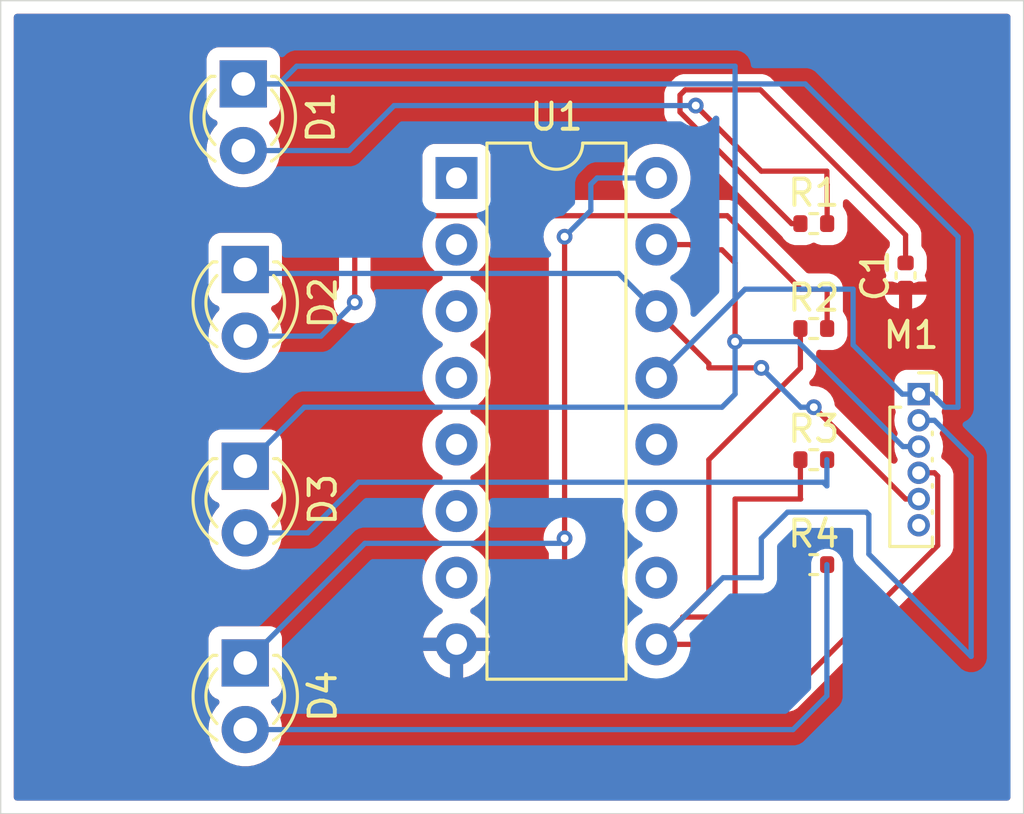
<source format=kicad_pcb>
(kicad_pcb (version 20240108) (generator "pcbnew") (generator_version "8.0")
  (layers (0 "F.Cu" signal) (31 "B.Cu" signal) (34 "B.Paste" user) (35 "F.Paste" user) (36 "B.SilkS" user "B.Silkscreen") (37 "F.SilkS" user "F.Silkscreen") (38 "B.Mask" user) (39 "F.Mask" user) (44 "Edge.Cuts" user))
  (net 0 "")
  (net 1 "5V")
  (net 2 "GND")
  (net 3 "D")
  (net 4 "Net-(D1-A)")
  (net 5 "C")
  (net 6 "Net-(D2-A)")
  (net 7 "B")
  (net 8 "Net-(D3-A)")
  (net 9 "A")
  (net 10 "Net-(D4-A)")
  (net 15 "IN4")
  (net 17 "IN1")
  (net 18 "IN3")
  (net 19 "IN2")
  (footprint "LED_THT:LED_D3.0mm" (layer "F.Cu") (at 88.325 102.25 -90)
    (property "Reference" "D4" (at 1.27 -2.96 -90) (layer "F.SilkS"))
    (property "Value" "LED")
    (fp_line (start -0.29 1.08) (end -0.29 1.236) (stroke (width 0.12)) (layer "F.SilkS"))
    (fp_line (start -0.29 -1.236) (end -0.29 -1.08) (stroke (width 0.12)) (layer "F.SilkS"))
    (fp_arc (start 2.31113 1.079837) (mid 1.270117 1.5) (end 0.229039 1.08) (stroke (width 0.12)) (layer "F.SilkS"))
    (fp_arc (start 2.942335 1.078608) (mid 1.366487 1.987659) (end -0.29 1.235516) (stroke (width 0.12)) (layer "F.SilkS"))
    (fp_arc (start 0.229039 -1.08) (mid 1.270117 -1.5) (end 2.31113 -1.079837) (stroke (width 0.12)) (layer "F.SilkS"))
    (fp_arc (start -0.29 -1.235516) (mid 1.366487 -1.987659) (end 2.942335 -1.078608) (stroke (width 0.12)) (layer "F.SilkS"))
    (pad "1" thru_hole rect (at 0 0 270) (size 1.8 1.8) (drill 0.9) (layers "*.Cu" "*.Mask") (net 9 "A"))
    (pad "2" thru_hole circle (at 2.54 0 270) (size 1.8 1.8) (drill 0.9) (layers "*.Cu" "*.Mask") (net 10 "Net-(D4-A)"))
  )
  (footprint "LED_THT:LED_D3.0mm" (layer "F.Cu") (at 88.325 94.75 -90)
    (property "Reference" "D3" (at 1.27 -2.96 -90) (layer "F.SilkS"))
    (property "Value" "LED")
    (fp_line (start -0.29 1.08) (end -0.29 1.236) (stroke (width 0.12)) (layer "F.SilkS"))
    (fp_line (start -0.29 -1.236) (end -0.29 -1.08) (stroke (width 0.12)) (layer "F.SilkS"))
    (fp_arc (start 2.31113 1.079837) (mid 1.270117 1.5) (end 0.229039 1.08) (stroke (width 0.12)) (layer "F.SilkS"))
    (fp_arc (start 2.942335 1.078608) (mid 1.366487 1.987659) (end -0.29 1.235516) (stroke (width 0.12)) (layer "F.SilkS"))
    (fp_arc (start 0.229039 -1.08) (mid 1.270117 -1.5) (end 2.31113 -1.079837) (stroke (width 0.12)) (layer "F.SilkS"))
    (fp_arc (start -0.29 -1.235516) (mid 1.366487 -1.987659) (end 2.942335 -1.078608) (stroke (width 0.12)) (layer "F.SilkS"))
    (pad "1" thru_hole rect (at 0 0 270) (size 1.8 1.8) (drill 0.9) (layers "*.Cu" "*.Mask") (net 7 "B"))
    (pad "2" thru_hole circle (at 2.54 0 270) (size 1.8 1.8) (drill 0.9) (layers "*.Cu" "*.Mask") (net 8 "Net-(D3-A)"))
  )
  (footprint "Resistor_SMD:R_0402_1005Metric" (layer "F.Cu") (at 110 98.5)
    (property "Reference" "R4" (at 0 -1.17 0) (layer "F.SilkS"))
    (property "Value" "R")
    (fp_line (start -0.153641 -0.38) (end 0.153641 -0.38) (stroke (width 0.12)) (layer "F.SilkS"))
    (fp_line (start -0.153641 0.38) (end 0.153641 0.38) (stroke (width 0.12)) (layer "F.SilkS"))
    (pad "1" smd roundrect (at -0.51 0) (size 0.54 0.64) (layers "F.Cu" "F.Paste" "F.Mask") (net 1 "5V"))
    (pad "2" smd roundrect (at 0.51 0) (size 0.54 0.64) (layers "F.Cu" "F.Paste" "F.Mask") (net 10 "Net-(D4-A)"))
  )
  (footprint "Package_DIP:DIP-16_W7.62mm" (layer "F.Cu") (at 96.38 83.76)
    (property "Reference" "U1" (at 3.81 -2.33 0) (layer "F.SilkS"))
    (property "Value" "ULN2003A")
    (fp_line (start 1.16 -1.33) (end 1.16 19.11) (stroke (width 0.12)) (layer "F.SilkS"))
    (fp_line (start 1.16 19.11) (end 6.46 19.11) (stroke (width 0.12)) (layer "F.SilkS"))
    (fp_line (start 2.81 -1.33) (end 1.16 -1.33) (stroke (width 0.12)) (layer "F.SilkS"))
    (fp_line (start 6.46 -1.33) (end 4.81 -1.33) (stroke (width 0.12)) (layer "F.SilkS"))
    (fp_line (start 6.46 19.11) (end 6.46 -1.33) (stroke (width 0.12)) (layer "F.SilkS"))
    (fp_arc (start 4.81 -1.33) (mid 3.81 -0.33) (end 2.81 -1.33) (stroke (width 0.12)) (layer "F.SilkS"))
    (pad "1" thru_hole rect (at 0 0) (size 1.6 1.6) (drill 0.8) (layers "*.Cu" "*.Mask") (net 17 "IN1"))
    (pad "2" thru_hole oval (at 0 2.54) (size 1.6 1.6) (drill 0.8) (layers "*.Cu" "*.Mask") (net 19 "IN2"))
    (pad "3" thru_hole oval (at 0 5.08) (size 1.6 1.6) (drill 0.8) (layers "*.Cu" "*.Mask") (net 18 "IN3"))
    (pad "4" thru_hole oval (at 0 7.62) (size 1.6 1.6) (drill 0.8) (layers "*.Cu" "*.Mask") (net 15 "IN4"))
    (pad "5" thru_hole oval (at 0 10.16) (size 1.6 1.6) (drill 0.8) (layers "*.Cu" "*.Mask"))
    (pad "6" thru_hole oval (at 0 12.7) (size 1.6 1.6) (drill 0.8) (layers "*.Cu" "*.Mask"))
    (pad "7" thru_hole oval (at 0 15.24) (size 1.6 1.6) (drill 0.8) (layers "*.Cu" "*.Mask"))
    (pad "8" thru_hole oval (at 0 17.78) (size 1.6 1.6) (drill 0.8) (layers "*.Cu" "*.Mask") (net 2 "GND"))
    (pad "9" thru_hole oval (at 7.62 17.78) (size 1.6 1.6) (drill 0.8) (layers "*.Cu" "*.Mask") (net 1 "5V"))
    (pad "10" thru_hole oval (at 7.62 15.24) (size 1.6 1.6) (drill 0.8) (layers "*.Cu" "*.Mask"))
    (pad "11" thru_hole oval (at 7.62 12.7) (size 1.6 1.6) (drill 0.8) (layers "*.Cu" "*.Mask"))
    (pad "12" thru_hole oval (at 7.62 10.16) (size 1.6 1.6) (drill 0.8) (layers "*.Cu" "*.Mask"))
    (pad "13" thru_hole oval (at 7.62 7.62) (size 1.6 1.6) (drill 0.8) (layers "*.Cu" "*.Mask") (net 3 "D"))
    (pad "14" thru_hole oval (at 7.62 5.08) (size 1.6 1.6) (drill 0.8) (layers "*.Cu" "*.Mask") (net 5 "C"))
    (pad "15" thru_hole oval (at 7.62 2.54) (size 1.6 1.6) (drill 0.8) (layers "*.Cu" "*.Mask") (net 7 "B"))
    (pad "16" thru_hole oval (at 7.62 0) (size 1.6 1.6) (drill 0.8) (layers "*.Cu" "*.Mask") (net 9 "A"))
  )
  (footprint "Resistor_SMD:R_0402_1005Metric" (layer "F.Cu") (at 110 94.5)
    (property "Reference" "R3" (at 0 -1.17 0) (layer "F.SilkS"))
    (property "Value" "R")
    (fp_line (start -0.153641 -0.38) (end 0.153641 -0.38) (stroke (width 0.12)) (layer "F.SilkS"))
    (fp_line (start -0.153641 0.38) (end 0.153641 0.38) (stroke (width 0.12)) (layer "F.SilkS"))
    (pad "1" smd roundrect (at -0.51 0) (size 0.54 0.64) (layers "F.Cu" "F.Paste" "F.Mask") (net 1 "5V"))
    (pad "2" smd roundrect (at 0.51 0) (size 0.54 0.64) (layers "F.Cu" "F.Paste" "F.Mask") (net 8 "Net-(D3-A)"))
  )
  (footprint "Connector_PinSocket_1.00mm:PinSocket_1x06_P1.00mm_Vertical" (layer "F.Cu") (at 114 92)
    (property "Reference" "M1" (at -0.29 -2.25 0) (layer "F.SilkS"))
    (property "Value" "Stepper_Motor_unipolar_6pin")
    (fp_line (start -1.1 0.5) (end -1.1 5.81) (stroke (width 0.12)) (layer "F.SilkS"))
    (fp_line (start -1.1 0.5) (end -0.685 0.5) (stroke (width 0.12)) (layer "F.SilkS"))
    (fp_line (start -1.1 5.81) (end 0.52 5.81) (stroke (width 0.12)) (layer "F.SilkS"))
    (fp_line (start 0 -0.81) (end 0.685 -0.81) (stroke (width 0.12)) (layer "F.SilkS"))
    (fp_line (start 0.52 1.445898) (end 0.52 1.554102) (stroke (width 0.12)) (layer "F.SilkS"))
    (fp_line (start 0.52 2.445898) (end 0.52 2.554102) (stroke (width 0.12)) (layer "F.SilkS"))
    (fp_line (start 0.52 3.445898) (end 0.52 3.554102) (stroke (width 0.12)) (layer "F.SilkS"))
    (fp_line (start 0.52 4.445898) (end 0.52 4.554102) (stroke (width 0.12)) (layer "F.SilkS"))
    (fp_line (start 0.52 5.445898) (end 0.52 5.81) (stroke (width 0.12)) (layer "F.SilkS"))
    (fp_line (start 0.685 -0.81) (end 0.685 0) (stroke (width 0.12)) (layer "F.SilkS"))
    (pad "1" thru_hole rect (at 0 0) (size 0.85 0.85) (drill 0.5) (layers "*.Cu" "*.Mask") (net 3 "D"))
    (pad "2" thru_hole oval (at 0 1) (size 0.85 0.85) (drill 0.5) (layers "*.Cu" "*.Mask") (net 1 "5V"))
    (pad "3" thru_hole oval (at 0 2) (size 0.85 0.85) (drill 0.5) (layers "*.Cu" "*.Mask") (net 7 "B"))
    (pad "4" thru_hole oval (at 0 3) (size 0.85 0.85) (drill 0.5) (layers "*.Cu" "*.Mask") (net 9 "A"))
    (pad "5" thru_hole oval (at 0 4) (size 0.85 0.85) (drill 0.5) (layers "*.Cu" "*.Mask") (net 5 "C"))
    (pad "6" thru_hole oval (at 0 5) (size 0.85 0.85) (drill 0.5) (layers "*.Cu" "*.Mask") (net 1 "5V"))
  )
  (footprint "Resistor_SMD:R_0402_1005Metric" (layer "F.Cu") (at 110 85.5)
    (property "Reference" "R1" (at 0 -1.17 0) (layer "F.SilkS"))
    (property "Value" "470")
    (fp_line (start -0.153641 -0.38) (end 0.153641 -0.38) (stroke (width 0.12)) (layer "F.SilkS"))
    (fp_line (start -0.153641 0.38) (end 0.153641 0.38) (stroke (width 0.12)) (layer "F.SilkS"))
    (pad "1" smd roundrect (at -0.51 0) (size 0.54 0.64) (layers "F.Cu" "F.Paste" "F.Mask") (net 1 "5V"))
    (pad "2" smd roundrect (at 0.51 0) (size 0.54 0.64) (layers "F.Cu" "F.Paste" "F.Mask") (net 4 "Net-(D1-A)"))
  )
  (footprint "Capacitor_SMD:C_0402_1005Metric" (layer "F.Cu") (at 113.5 87.48 90)
    (property "Reference" "C1" (at 0 -1.16 90) (layer "F.SilkS"))
    (property "Value" "10nF")
    (fp_line (start -0.107836 -0.36) (end 0.107836 -0.36) (stroke (width 0.12)) (layer "F.SilkS"))
    (fp_line (start -0.107836 0.36) (end 0.107836 0.36) (stroke (width 0.12)) (layer "F.SilkS"))
    (pad "1" smd roundrect (at -0.48 0 90) (size 0.56 0.62) (layers "F.Cu" "F.Paste" "F.Mask") (net 2 "GND"))
    (pad "2" smd roundrect (at 0.48 0 90) (size 0.56 0.62) (layers "F.Cu" "F.Paste" "F.Mask") (net 1 "5V"))
  )
  (footprint "Resistor_SMD:R_0402_1005Metric" (layer "F.Cu") (at 110 89.5)
    (property "Reference" "R2" (at 0 -1.17 0) (layer "F.SilkS"))
    (property "Value" "470")
    (fp_line (start -0.153641 -0.38) (end 0.153641 -0.38) (stroke (width 0.12)) (layer "F.SilkS"))
    (fp_line (start -0.153641 0.38) (end 0.153641 0.38) (stroke (width 0.12)) (layer "F.SilkS"))
    (pad "1" smd roundrect (at -0.51 0) (size 0.54 0.64) (layers "F.Cu" "F.Paste" "F.Mask") (net 1 "5V"))
    (pad "2" smd roundrect (at 0.51 0) (size 0.54 0.64) (layers "F.Cu" "F.Paste" "F.Mask") (net 6 "Net-(D2-A)"))
  )
  (footprint "LED_THT:LED_D3.0mm" (layer "F.Cu") (at 88.325 87.25 -90)
    (property "Reference" "D2" (at 1.27 -2.96 -90) (layer "F.SilkS"))
    (property "Value" "LED")
    (fp_line (start -0.29 1.08) (end -0.29 1.236) (stroke (width 0.12)) (layer "F.SilkS"))
    (fp_line (start -0.29 -1.236) (end -0.29 -1.08) (stroke (width 0.12)) (layer "F.SilkS"))
    (fp_arc (start 2.31113 1.079837) (mid 1.270117 1.5) (end 0.229039 1.08) (stroke (width 0.12)) (layer "F.SilkS"))
    (fp_arc (start 2.942335 1.078608) (mid 1.366487 1.987659) (end -0.29 1.235516) (stroke (width 0.12)) (layer "F.SilkS"))
    (fp_arc (start 0.229039 -1.08) (mid 1.270117 -1.5) (end 2.31113 -1.079837) (stroke (width 0.12)) (layer "F.SilkS"))
    (fp_arc (start -0.29 -1.235516) (mid 1.366487 -1.987659) (end 2.942335 -1.078608) (stroke (width 0.12)) (layer "F.SilkS"))
    (pad "1" thru_hole rect (at 0 0 270) (size 1.8 1.8) (drill 0.9) (layers "*.Cu" "*.Mask") (net 5 "C"))
    (pad "2" thru_hole circle (at 2.54 0 270) (size 1.8 1.8) (drill 0.9) (layers "*.Cu" "*.Mask") (net 6 "Net-(D2-A)"))
  )
  (footprint "LED_THT:LED_D3.0mm" (layer "F.Cu") (at 88.25 80.175 -90)
    (property "Reference" "D1" (at 1.27 -2.96 -90) (layer "F.SilkS"))
    (property "Value" "LED")
    (fp_line (start -0.29 1.08) (end -0.29 1.236) (stroke (width 0.12)) (layer "F.SilkS"))
    (fp_line (start -0.29 -1.236) (end -0.29 -1.08) (stroke (width 0.12)) (layer "F.SilkS"))
    (fp_arc (start 2.31113 1.079837) (mid 1.270117 1.5) (end 0.229039 1.08) (stroke (width 0.12)) (layer "F.SilkS"))
    (fp_arc (start 2.942335 1.078608) (mid 1.366487 1.987659) (end -0.29 1.235516) (stroke (width 0.12)) (layer "F.SilkS"))
    (fp_arc (start 0.229039 -1.08) (mid 1.270117 -1.5) (end 2.31113 -1.079837) (stroke (width 0.12)) (layer "F.SilkS"))
    (fp_arc (start -0.29 -1.235516) (mid 1.366487 -1.987659) (end 2.942335 -1.078608) (stroke (width 0.12)) (layer "F.SilkS"))
    (pad "1" thru_hole rect (at 0 0 270) (size 1.8 1.8) (drill 0.9) (layers "*.Cu" "*.Mask") (net 3 "D"))
    (pad "2" thru_hole circle (at 2.54 0 270) (size 1.8 1.8) (drill 0.9) (layers "*.Cu" "*.Mask") (net 4 "Net-(D1-A)"))
  )
  (gr_line (start 79 77) (end 118 77) (stroke (width 0.05)) (layer "Edge.Cuts"))
  (gr_line (start 118 77) (end 118 108) (stroke (width 0.05)) (layer "Edge.Cuts"))
  (gr_line (start 118 108) (end 79 108) (stroke (width 0.05)) (layer "Edge.Cuts"))
  (gr_line (start 79 108) (end 79 77) (stroke (width 0.05)) (layer "Edge.Cuts"))
  (segment (start 105 100.54) (end 104 101.54) (width 0.2) (layer "F.Cu") (net 1))
  (segment (start 107.965685 80.4) (end 113.5 85.934315) (width 0.2) (layer "F.Cu") (net 1))
  (segment (start 109.49 98.5) (end 109.49 99.01) (width 0.2) (layer "F.Cu") (net 1))
  (segment (start 104.9 81.248529) (end 104.9 80.6) (width 0.2) (layer "F.Cu") (net 1))
  (segment (start 113.5 85.934315) (end 113.5 87) (width 0.2) (layer "F.Cu") (net 1))
  (segment (start 109.49 95.99) (end 109.5 96) (width 0.2) (layer "F.Cu") (net 1))
  (segment (start 109.49 85.5) (end 109.151471 85.5) (width 0.2) (layer "F.Cu") (net 1))
  (segment (start 106 94.5) (end 106 99.54) (width 0.2) (layer "F.Cu") (net 1))
  (segment (start 109.49 89.5) (end 109.49 91.01) (width 0.2) (layer "F.Cu") (net 1))
  (segment (start 109.49 98.5) (end 109.5 98.5) (width 0.2) (layer "F.Cu") (net 1))
  (segment (start 106.5 101.5) (end 106.46 101.54) (width 0.2) (layer "F.Cu") (net 1))
  (segment (start 104.9 80.6) (end 105.1 80.4) (width 0.2) (layer "F.Cu") (net 1))
  (segment (start 107 101.5) (end 106.5 101.5) (width 0.2) (layer "F.Cu") (net 1))
  (segment (start 105 100.5) (end 105 100.54) (width 0.2) (layer "F.Cu") (net 1))
  (segment (start 105.1 80.4) (end 107.965685 80.4) (width 0.2) (layer "F.Cu") (net 1))
  (segment (start 106.46 101.54) (end 104 101.54) (width 0.2) (layer "F.Cu") (net 1))
  (segment (start 106 99.54) (end 104 101.54) (width 0.2) (layer "F.Cu") (net 1))
  (segment (start 109.49 94.5) (end 109.49 95.99) (width 0.2) (layer "F.Cu") (net 1))
  (segment (start 107 100.5) (end 105 100.5) (width 0.2) (layer "F.Cu") (net 1))
  (segment (start 109.5 96) (end 107 96) (width 0.2) (layer "F.Cu") (net 1))
  (segment (start 109.49 99.01) (end 107 101.5) (width 0.2) (layer "F.Cu") (net 1))
  (segment (start 107 96) (end 107 100.5) (width 0.2) (layer "F.Cu") (net 1))
  (segment (start 109.151471 85.5) (end 104.9 81.248529) (width 0.2) (layer "F.Cu") (net 1))
  (segment (start 109.49 91.01) (end 106 94.5) (width 0.2) (layer "F.Cu") (net 1))
  (segment (start 109 96.5) (end 108 97.5) (width 0.2) (layer "B.Cu") (net 1))
  (segment (start 116 94.39896) (end 116 102) (width 0.2) (layer "B.Cu") (net 1))
  (segment (start 112 96.5) (end 109 96.5) (width 0.2) (layer "B.Cu") (net 1))
  (segment (start 106.54 99) (end 104 101.54) (width 0.2) (layer "B.Cu") (net 1))
  (segment (start 112.1 96.6) (end 112 96.5) (width 0.2) (layer "B.Cu") (net 1))
  (segment (start 114 93) (end 114.60104 93) (width 0.2) (layer "B.Cu") (net 1))
  (segment (start 112.1 98.1) (end 112.1 96.6) (width 0.2) (layer "B.Cu") (net 1))
  (segment (start 108 97.5) (end 108 99) (width 0.2) (layer "B.Cu") (net 1))
  (segment (start 116 102) (end 112.1 98.1) (width 0.2) (layer "B.Cu") (net 1))
  (segment (start 108 99) (end 106.54 99) (width 0.2) (layer "B.Cu") (net 1))
  (segment (start 114.60104 93) (end 116 94.39896) (width 0.2) (layer "B.Cu") (net 1))
  (segment (start 116.5 106) (end 98 106) (width 0.2) (layer "F.Cu") (net 2))
  (segment (start 116.5 88) (end 116.5 106) (width 0.2) (layer "F.Cu") (net 2))
  (segment (start 96.38 104.38) (end 96.38 101.54) (width 0.2) (layer "F.Cu") (net 2))
  (segment (start 116.46 87.96) (end 116.5 88) (width 0.2) (layer "F.Cu") (net 2))
  (segment (start 98 106) (end 96.38 104.38) (width 0.2) (layer "F.Cu") (net 2))
  (segment (start 113.5 87.96) (end 116.46 87.96) (width 0.2) (layer "F.Cu") (net 2))
  (segment (start 113.375 92) (end 111.5 90.125) (width 0.2) (layer "B.Cu") (net 3))
  (segment (start 88.25 80.175) (end 89.610635 80.175) (width 0.2) (layer "B.Cu") (net 3))
  (segment (start 107 88.38) (end 104 91.38) (width 0.2) (layer "B.Cu") (net 3))
  (segment (start 115.5 92.5) (end 115.5 86) (width 0.2) (layer "B.Cu") (net 3))
  (segment (start 115.5 86) (end 109.675 80.175) (width 0.2) (layer "B.Cu") (net 3))
  (segment (start 114 92) (end 113.375 92) (width 0.2) (layer "B.Cu") (net 3))
  (segment (start 90.285635 79.5) (end 107 79.5) (width 0.2) (layer "B.Cu") (net 3))
  (segment (start 115 92.5) (end 114.5 92) (width 0.2) (layer "B.Cu") (net 3))
  (segment (start 114.5 92) (end 114 92) (width 0.2) (layer "B.Cu") (net 3))
  (segment (start 89.610635 80.175) (end 90.285635 79.5) (width 0.2) (layer "B.Cu") (net 3))
  (segment (start 111.5 90.125) (end 111.5 88) (width 0.2) (layer "B.Cu") (net 3))
  (segment (start 115 92.5) (end 115.5 92.5) (width 0.2) (layer "B.Cu") (net 3))
  (segment (start 107.38 88) (end 107 88.38) (width 0.2) (layer "B.Cu") (net 3))
  (segment (start 109.675 80.175) (end 88.25 80.175) (width 0.2) (layer "B.Cu") (net 3))
  (segment (start 107 79.5) (end 107 88.38) (width 0.2) (layer "B.Cu") (net 3))
  (segment (start 111.5 88) (end 107.38 88) (width 0.2) (layer "B.Cu") (net 3))
  (segment (start 105.5 81) (end 108 83.5) (width 0.2) (layer "F.Cu") (net 4))
  (segment (start 110.5 84) (end 110.51 84.01) (width 0.2) (layer "F.Cu") (net 4))
  (segment (start 110.51 84.01) (end 110.51 85.5) (width 0.2) (layer "F.Cu") (net 4))
  (segment (start 110.5 83.5) (end 110.5 84) (width 0.2) (layer "F.Cu") (net 4))
  (segment (start 108 83.5) (end 110.5 83.5) (width 0.2) (layer "F.Cu") (net 4))
  (via (at 105.5 81) (size 0.6) (drill 0.3) (layers "F.Cu" "B.Cu") (net 4))
  (segment (start 92.285 82.715) (end 94 81) (width 0.2) (layer "B.Cu") (net 4))
  (segment (start 94 81) (end 105.5 81) (width 0.2) (layer "B.Cu") (net 4))
  (segment (start 88.25 82.715) (end 92.285 82.715) (width 0.2) (layer "B.Cu") (net 4))
  (segment (start 114 96) (end 113.5 96) (width 0.2) (layer "F.Cu") (net 5))
  (segment (start 113.5 96) (end 110 92.5) (width 0.2) (layer "F.Cu") (net 5))
  (segment (start 106 91) (end 106 90.84) (width 0.2) (layer "F.Cu") (net 5))
  (segment (start 106 90.84) (end 104 88.84) (width 0.2) (layer "F.Cu") (net 5))
  (segment (start 108 91) (end 106 91) (width 0.2) (layer "F.Cu") (net 5))
  (via (at 110 92.5) (size 0.6) (drill 0.3) (layers "F.Cu" "B.Cu") (net 5))
  (via (at 108 91) (size 0.6) (drill 0.3) (layers "F.Cu" "B.Cu") (net 5))
  (segment (start 88.325 87.25) (end 88.475 87.4) (width 0.2) (layer "B.Cu") (net 5))
  (segment (start 109.5 92.5) (end 108 91) (width 0.2) (layer "B.Cu") (net 5))
  (segment (start 102.56 87.4) (end 104 88.84) (width 0.2) (layer "B.Cu") (net 5))
  (segment (start 88.475 87.4) (end 102.56 87.4) (width 0.2) (layer "B.Cu") (net 5))
  (segment (start 110 92.5) (end 109.5 92.5) (width 0.2) (layer "B.Cu") (net 5))
  (segment (start 106.7 85.2) (end 109.5 88) (width 0.2) (layer "F.Cu") (net 6))
  (segment (start 109.5 88) (end 110.5 88) (width 0.2) (layer "F.Cu") (net 6))
  (segment (start 110.5 88) (end 110.51 88.01) (width 0.2) (layer "F.Cu") (net 6))
  (segment (start 92.8 85.2) (end 106.7 85.2) (width 0.2) (layer "F.Cu") (net 6))
  (segment (start 110.51 88.01) (end 110.51 89.5) (width 0.2) (layer "F.Cu") (net 6))
  (segment (start 92.5 85.5) (end 92.8 85.2) (width 0.2) (layer "F.Cu") (net 6))
  (segment (start 92.5 88.5) (end 92.5 85.5) (width 0.2) (layer "F.Cu") (net 6))
  (via (at 92.5 88.5) (size 0.6) (drill 0.3) (layers "F.Cu" "B.Cu") (net 6))
  (segment (start 91.21 89.79) (end 92.5 88.5) (width 0.2) (layer "B.Cu") (net 6))
  (segment (start 88.325 89.79) (end 91.21 89.79) (width 0.2) (layer "B.Cu") (net 6))
  (segment (start 107 90) (end 107 87) (width 0.2) (layer "F.Cu") (net 7))
  (segment (start 106.5 86.5) (end 105.5 86.5) (width 0.2) (layer "F.Cu") (net 7))
  (segment (start 105.5 86.5) (end 105.3 86.3) (width 0.2) (layer "F.Cu") (net 7))
  (segment (start 105.3 86.3) (end 104 86.3) (width 0.2) (layer "F.Cu") (net 7))
  (segment (start 107 87) (end 106.5 86.5) (width 0.2) (layer "F.Cu") (net 7))
  (via (at 107 90) (size 0.6) (drill 0.3) (layers "F.Cu" "B.Cu") (net 7))
  (segment (start 107 92) (end 107 90) (width 0.2) (layer "B.Cu") (net 7))
  (segment (start 90.575 92.5) (end 106.5 92.5) (width 0.2) (layer "B.Cu") (net 7))
  (segment (start 109.39896 90) (end 107 90) (width 0.2) (layer "B.Cu") (net 7))
  (segment (start 113.39896 94) (end 109.39896 90) (width 0.2) (layer "B.Cu") (net 7))
  (segment (start 88.325 94.75) (end 90.575 92.5) (width 0.2) (layer "B.Cu") (net 7))
  (segment (start 114 94) (end 113.39896 94) (width 0.2) (layer "B.Cu") (net 7))
  (segment (start 106.5 92.5) (end 107 92) (width 0.2) (layer "B.Cu") (net 7))
  (segment (start 92.64 95.36) (end 110.36 95.36) (width 0.2) (layer "B.Cu") (net 8))
  (segment (start 88.325 97.29) (end 90.71 97.29) (width 0.2) (layer "B.Cu") (net 8))
  (segment (start 92.5 95.5) (end 92.64 95.36) (width 0.2) (layer "B.Cu") (net 8))
  (segment (start 110.36 95.36) (end 110.5 95.5) (width 0.2) (layer "B.Cu") (net 8))
  (segment (start 110.5 95.5) (end 110.5 94.5) (width 0.2) (layer "B.Cu") (net 8))
  (segment (start 90.71 97.29) (end 92.5 95.5) (width 0.2) (layer "B.Cu") (net 8))
  (segment (start 114 95) (end 114.60104 95) (width 0.2) (layer "F.Cu") (net 9))
  (segment (start 100.5 97.5) (end 100.5 86) (width 0.2) (layer "F.Cu") (net 9))
  (segment (start 109 103.5) (end 100.5 103.5) (width 0.2) (layer "F.Cu") (net 9))
  (segment (start 114.60104 95) (end 114.725 95.12396) (width 0.2) (layer "F.Cu") (net 9))
  (segment (start 114.725 97.775) (end 109 103.5) (width 0.2) (layer "F.Cu") (net 9))
  (segment (start 100.5 103.5) (end 100.5 97.5) (width 0.2) (layer "F.Cu") (net 9))
  (segment (start 114.725 95.12396) (end 114.725 97.775) (width 0.2) (layer "F.Cu") (net 9))
  (via (at 100.5 97.5) (size 0.6) (drill 0.3) (layers "F.Cu" "B.Cu") (net 9))
  (via (at 100.5 86) (size 0.6) (drill 0.3) (layers "F.Cu" "B.Cu") (net 9))
  (segment (start 88.325 102.25) (end 92.885 97.69) (width 0.2) (layer "B.Cu") (net 9))
  (segment (start 101.74 83.76) (end 104 83.76) (width 0.2) (layer "B.Cu") (net 9))
  (segment (start 101.5 84) (end 101.74 83.76) (width 0.2) (layer "B.Cu") (net 9))
  (segment (start 100.31 97.69) (end 100.5 97.5) (width 0.2) (layer "B.Cu") (net 9))
  (segment (start 92.885 97.69) (end 100.31 97.69) (width 0.2) (layer "B.Cu") (net 9))
  (segment (start 100.5 86) (end 101.5 85) (width 0.2) (layer "B.Cu") (net 9))
  (segment (start 101.5 85) (end 101.5 84) (width 0.2) (layer "B.Cu") (net 9))
  (segment (start 109.21 104.79) (end 110.5 103.5) (width 0.2) (layer "B.Cu") (net 10))
  (segment (start 88.325 104.79) (end 109.21 104.79) (width 0.2) (layer "B.Cu") (net 10))
  (segment (start 110.5 103.5) (end 110.5 98.5) (width 0.2) (layer "B.Cu") (net 10))
  (zone (net 2) (net_name "GND") (layer "F.Cu") (connect_pads (clearance 0.5)) (min_thickness 0.25) (fill yes (thermal_gap 0.5) (thermal_bridge_width 0.5))
    (polygon (pts (xy 118 77) (xy 79 77) (xy 79 108) (xy 118 108)))
  )
  (zone (net 2) (net_name "GND") (layer "B.Cu") (priority 1) (connect_pads (clearance 0.5)) (min_thickness 0.25) (fill yes (thermal_gap 0.5) (thermal_bridge_width 0.5))
    (polygon (pts (xy 118 77) (xy 79 77) (xy 79 108) (xy 118 108)))
  )
)
</source>
